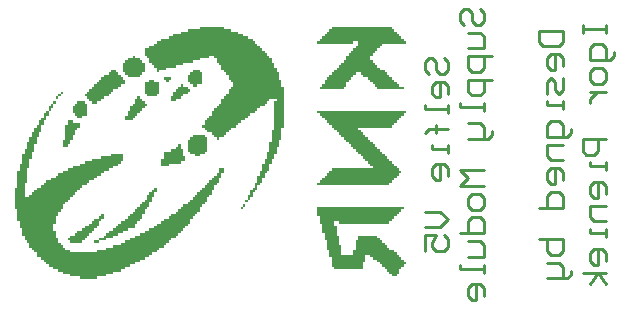
<source format=gbo>
G04 Layer_Color=32896*
%FSAX25Y25*%
%MOIN*%
G70*
G01*
G75*
%ADD28C,0.01000*%
G36*
X0347666Y0147876D02*
X0346866D01*
Y0147076D01*
X0346066D01*
Y0146276D01*
X0345266D01*
Y0145476D01*
X0344466D01*
Y0144676D01*
X0343666D01*
Y0143876D01*
X0342866D01*
Y0143076D01*
X0331666D01*
Y0142276D01*
X0332466D01*
Y0141476D01*
X0333266D01*
Y0140676D01*
X0334066D01*
Y0139876D01*
X0334866D01*
Y0139076D01*
X0335666D01*
Y0138276D01*
X0336466D01*
Y0137476D01*
X0337266D01*
Y0136676D01*
X0338066D01*
Y0135876D01*
X0338866D01*
Y0135076D01*
X0339666D01*
Y0134276D01*
X0340466D01*
Y0133476D01*
X0341266D01*
Y0132676D01*
X0342066D01*
Y0131876D01*
X0342866D01*
Y0131076D01*
X0343666D01*
Y0130276D01*
X0344466D01*
Y0129476D01*
X0345266D01*
Y0128676D01*
X0346066D01*
Y0127876D01*
X0345266D01*
Y0127076D01*
X0344466D01*
Y0126276D01*
X0343666D01*
Y0125476D01*
X0342866D01*
Y0124676D01*
X0342066D01*
Y0123876D01*
X0318066D01*
Y0124676D01*
X0318866D01*
Y0125476D01*
X0319666D01*
Y0126276D01*
X0320466D01*
Y0127076D01*
X0321266D01*
Y0127876D01*
X0322066D01*
Y0128676D01*
X0322866D01*
Y0129476D01*
X0336466D01*
Y0130276D01*
X0335666D01*
Y0131076D01*
X0334866D01*
Y0131876D01*
X0334066D01*
Y0132676D01*
X0333266D01*
Y0133476D01*
X0332466D01*
Y0134276D01*
X0331666D01*
Y0135076D01*
X0330866D01*
Y0135876D01*
X0330066D01*
Y0136676D01*
X0329266D01*
Y0137476D01*
X0328466D01*
Y0138276D01*
X0327666D01*
Y0139076D01*
X0326866D01*
Y0139876D01*
X0326066D01*
Y0140676D01*
X0325266D01*
Y0141476D01*
X0324466D01*
Y0142276D01*
X0323666D01*
Y0143076D01*
X0322866D01*
Y0143876D01*
X0322066D01*
Y0144676D01*
X0321266D01*
Y0145476D01*
X0320466D01*
Y0146276D01*
X0319666D01*
Y0147076D01*
X0318866D01*
Y0147876D01*
X0318066D01*
Y0148676D01*
X0347666D01*
Y0147876D01*
D02*
G37*
G36*
X0286866Y0175876D02*
X0289266D01*
Y0175076D01*
X0291666D01*
Y0174276D01*
X0293266D01*
Y0173476D01*
X0294866D01*
Y0172676D01*
X0296466D01*
Y0171876D01*
X0297266D01*
Y0171076D01*
X0298066D01*
Y0170276D01*
X0298866D01*
Y0169476D01*
X0299666D01*
Y0168676D01*
X0300466D01*
Y0167876D01*
X0301266D01*
Y0167076D01*
X0302066D01*
Y0166276D01*
X0302866D01*
Y0164676D01*
X0303666D01*
Y0163076D01*
X0304466D01*
Y0161476D01*
X0305266D01*
Y0159076D01*
X0306066D01*
Y0156676D01*
X0306866D01*
Y0143076D01*
X0306066D01*
Y0139076D01*
X0305266D01*
Y0136676D01*
X0304466D01*
Y0134276D01*
X0303666D01*
Y0132676D01*
X0302866D01*
Y0131076D01*
X0302066D01*
Y0128676D01*
X0301266D01*
Y0127876D01*
X0300466D01*
Y0126276D01*
X0299666D01*
Y0124676D01*
X0298866D01*
Y0123876D01*
X0298066D01*
Y0122276D01*
X0297266D01*
Y0121476D01*
X0296466D01*
Y0119876D01*
X0295666D01*
Y0119076D01*
X0294866D01*
Y0120676D01*
X0295666D01*
Y0122276D01*
X0296466D01*
Y0123076D01*
X0297266D01*
Y0124676D01*
X0298066D01*
Y0127076D01*
X0298866D01*
Y0128676D01*
X0299666D01*
Y0131076D01*
X0300466D01*
Y0132676D01*
X0301266D01*
Y0135076D01*
X0302066D01*
Y0138276D01*
X0302866D01*
Y0142276D01*
X0303666D01*
Y0151876D01*
X0304466D01*
Y0152676D01*
X0302066D01*
Y0151876D01*
X0301266D01*
Y0151076D01*
X0300466D01*
Y0150276D01*
X0298866D01*
Y0149476D01*
X0298066D01*
Y0148676D01*
X0297266D01*
Y0147876D01*
X0295666D01*
Y0147076D01*
X0294866D01*
Y0146276D01*
X0294066D01*
Y0145476D01*
X0292466D01*
Y0144676D01*
X0291666D01*
Y0143876D01*
X0290866D01*
Y0143076D01*
X0289266D01*
Y0142276D01*
X0288466D01*
Y0141476D01*
X0287666D01*
Y0140676D01*
X0286866D01*
Y0139876D01*
X0285266D01*
Y0139076D01*
X0284466D01*
Y0139876D01*
X0283666D01*
Y0140676D01*
X0282866D01*
Y0141476D01*
X0281266D01*
Y0142276D01*
X0280466D01*
Y0143076D01*
X0279666D01*
Y0143876D01*
X0280466D01*
Y0145476D01*
X0281266D01*
Y0146276D01*
X0282066D01*
Y0147076D01*
X0282866D01*
Y0148676D01*
X0283666D01*
Y0149476D01*
X0284466D01*
Y0150276D01*
X0285266D01*
Y0151076D01*
X0286066D01*
Y0152676D01*
X0286866D01*
Y0153476D01*
X0287666D01*
Y0154276D01*
X0288466D01*
Y0155876D01*
X0289266D01*
Y0156676D01*
X0290066D01*
Y0158276D01*
X0289266D01*
Y0159076D01*
X0288466D01*
Y0160676D01*
X0287666D01*
Y0161476D01*
X0286866D01*
Y0162276D01*
X0286066D01*
Y0163876D01*
X0285266D01*
Y0164676D01*
X0284466D01*
Y0166276D01*
X0283666D01*
Y0167076D01*
X0282066D01*
Y0166276D01*
X0278866D01*
Y0165476D01*
X0276466D01*
Y0164676D01*
X0273266D01*
Y0163876D01*
X0270866D01*
Y0163076D01*
X0267666D01*
Y0162276D01*
X0265266D01*
Y0161476D01*
X0264466D01*
Y0163076D01*
X0263666D01*
Y0163876D01*
X0262866D01*
Y0164676D01*
X0262066D01*
Y0166276D01*
X0261266D01*
Y0167076D01*
X0260466D01*
Y0169476D01*
X0262066D01*
Y0170276D01*
X0263666D01*
Y0171076D01*
X0264466D01*
Y0171876D01*
X0266066D01*
Y0172676D01*
X0268466D01*
Y0173476D01*
X0270066D01*
Y0174276D01*
X0272466D01*
Y0175076D01*
X0274866D01*
Y0175876D01*
X0278866D01*
Y0176676D01*
X0286866D01*
Y0175876D01*
D02*
G37*
G36*
X0294866Y0118276D02*
X0294066D01*
Y0119076D01*
X0294866D01*
Y0118276D01*
D02*
G37*
G36*
X0236466Y0144676D02*
X0238866D01*
Y0143076D01*
X0238066D01*
Y0142276D01*
X0237266D01*
Y0140676D01*
X0236466D01*
Y0139076D01*
X0235666D01*
Y0137476D01*
X0234866D01*
Y0136676D01*
X0233266D01*
Y0139076D01*
X0234066D01*
Y0143876D01*
X0234866D01*
Y0145476D01*
X0236466D01*
Y0144676D01*
D02*
G37*
G36*
X0280466Y0139876D02*
X0281266D01*
Y0135076D01*
X0280466D01*
Y0134276D01*
X0278866D01*
Y0133476D01*
X0277266D01*
Y0134276D01*
X0275666D01*
Y0135076D01*
X0274866D01*
Y0139076D01*
X0275666D01*
Y0139876D01*
X0276466D01*
Y0140676D01*
X0280466D01*
Y0139876D01*
D02*
G37*
G36*
X0272466Y0135876D02*
X0273266D01*
Y0133476D01*
X0274066D01*
Y0131876D01*
X0272466D01*
Y0131076D01*
X0268466D01*
Y0130276D01*
X0266066D01*
Y0132676D01*
X0266866D01*
Y0135076D01*
X0269266D01*
Y0135876D01*
X0270866D01*
Y0136676D01*
X0271666D01*
Y0137476D01*
X0272466D01*
Y0135876D01*
D02*
G37*
G36*
X0294066Y0116676D02*
X0293266D01*
Y0117476D01*
X0294066D01*
Y0116676D01*
D02*
G37*
G36*
X0245266Y0104676D02*
X0243666D01*
Y0105476D01*
X0245266D01*
Y0104676D01*
D02*
G37*
G36*
X0246866Y0112676D02*
X0246066D01*
Y0111876D01*
X0245266D01*
Y0110276D01*
X0244466D01*
Y0109476D01*
X0243666D01*
Y0108676D01*
X0242866D01*
Y0107876D01*
X0242066D01*
Y0107076D01*
X0241266D01*
Y0106276D01*
X0240466D01*
Y0105476D01*
X0239666D01*
Y0104676D01*
X0235666D01*
Y0105476D01*
X0234866D01*
Y0106276D01*
X0235666D01*
Y0107076D01*
X0237266D01*
Y0107876D01*
X0238066D01*
Y0108676D01*
X0239666D01*
Y0109476D01*
X0240466D01*
Y0110276D01*
X0242066D01*
Y0111076D01*
X0242866D01*
Y0111876D01*
X0243666D01*
Y0112676D01*
X0245266D01*
Y0113476D01*
X0246066D01*
Y0114276D01*
X0246866D01*
Y0112676D01*
D02*
G37*
G36*
X0228466Y0147076D02*
X0227666D01*
Y0145476D01*
X0226866D01*
Y0143876D01*
X0226066D01*
Y0141476D01*
X0225266D01*
Y0139876D01*
X0224466D01*
Y0137476D01*
X0223666D01*
Y0135076D01*
X0222866D01*
Y0132676D01*
X0222066D01*
Y0129476D01*
X0221266D01*
Y0124676D01*
X0220466D01*
Y0119876D01*
X0222066D01*
Y0120676D01*
X0222866D01*
Y0121476D01*
X0223666D01*
Y0122276D01*
X0224466D01*
Y0123076D01*
X0226066D01*
Y0123876D01*
X0226866D01*
Y0124676D01*
X0227666D01*
Y0125476D01*
X0229266D01*
Y0126276D01*
X0230866D01*
Y0127076D01*
X0231666D01*
Y0127876D01*
X0233266D01*
Y0128676D01*
X0234866D01*
Y0129476D01*
X0236466D01*
Y0130276D01*
X0238866D01*
Y0131076D01*
X0240466D01*
Y0131876D01*
X0242866D01*
Y0132676D01*
X0246066D01*
Y0133476D01*
X0249266D01*
Y0134276D01*
X0253266D01*
Y0131876D01*
X0252466D01*
Y0131076D01*
X0251666D01*
Y0130276D01*
X0250066D01*
Y0129476D01*
X0248466D01*
Y0128676D01*
X0246866D01*
Y0127876D01*
X0246066D01*
Y0127076D01*
X0244466D01*
Y0126276D01*
X0243666D01*
Y0125476D01*
X0242066D01*
Y0124676D01*
X0241266D01*
Y0123876D01*
X0239666D01*
Y0123076D01*
X0238866D01*
Y0122276D01*
X0238066D01*
Y0121476D01*
X0237266D01*
Y0120676D01*
X0236466D01*
Y0119876D01*
X0235666D01*
Y0119076D01*
X0234866D01*
Y0118276D01*
X0234066D01*
Y0117476D01*
X0233266D01*
Y0115876D01*
X0232466D01*
Y0115076D01*
X0231666D01*
Y0113476D01*
X0230866D01*
Y0111076D01*
X0230066D01*
Y0108676D01*
X0230866D01*
Y0106276D01*
X0231666D01*
Y0104676D01*
X0232466D01*
Y0103876D01*
X0233266D01*
Y0103076D01*
X0234066D01*
Y0102276D01*
X0235666D01*
Y0101476D01*
X0244466D01*
Y0102276D01*
X0247666D01*
Y0103076D01*
X0250066D01*
Y0103876D01*
X0252466D01*
Y0104676D01*
X0254066D01*
Y0105476D01*
X0255666D01*
Y0106276D01*
X0257266D01*
Y0107076D01*
X0258866D01*
Y0107876D01*
X0260466D01*
Y0108676D01*
X0262066D01*
Y0109476D01*
X0263666D01*
Y0110276D01*
X0264466D01*
Y0111076D01*
X0266066D01*
Y0111876D01*
X0266866D01*
Y0112676D01*
X0268466D01*
Y0113476D01*
X0269266D01*
Y0114276D01*
X0270866D01*
Y0115076D01*
X0271666D01*
Y0115876D01*
X0272466D01*
Y0116676D01*
X0273266D01*
Y0117476D01*
X0274866D01*
Y0118276D01*
X0275666D01*
Y0119076D01*
X0276466D01*
Y0119876D01*
X0277266D01*
Y0120676D01*
X0278066D01*
Y0121476D01*
X0278866D01*
Y0122276D01*
X0279666D01*
Y0123076D01*
X0280466D01*
Y0123876D01*
X0281266D01*
Y0124676D01*
X0282066D01*
Y0125476D01*
X0282866D01*
Y0126276D01*
X0283666D01*
Y0127076D01*
X0284466D01*
Y0127876D01*
X0285266D01*
Y0129476D01*
X0286866D01*
Y0127876D01*
X0286066D01*
Y0126276D01*
X0285266D01*
Y0124676D01*
X0284466D01*
Y0123876D01*
X0283666D01*
Y0122276D01*
X0282866D01*
Y0120676D01*
X0282066D01*
Y0119876D01*
X0281266D01*
Y0118276D01*
X0280466D01*
Y0117476D01*
X0279666D01*
Y0116676D01*
X0278866D01*
Y0115076D01*
X0278066D01*
Y0114276D01*
X0277266D01*
Y0113476D01*
X0276466D01*
Y0112676D01*
X0275666D01*
Y0111076D01*
X0274866D01*
Y0110276D01*
X0274066D01*
Y0109476D01*
X0273266D01*
Y0108676D01*
X0272466D01*
Y0107876D01*
X0271666D01*
Y0107076D01*
X0270866D01*
Y0106276D01*
X0269266D01*
Y0105476D01*
X0268466D01*
Y0104676D01*
X0267666D01*
Y0103876D01*
X0266866D01*
Y0103076D01*
X0265266D01*
Y0102276D01*
X0264466D01*
Y0101476D01*
X0262866D01*
Y0100676D01*
X0262066D01*
Y0099876D01*
X0260466D01*
Y0099076D01*
X0258866D01*
Y0098276D01*
X0257266D01*
Y0097476D01*
X0255666D01*
Y0096676D01*
X0254066D01*
Y0095876D01*
X0252466D01*
Y0095076D01*
X0250066D01*
Y0094276D01*
X0247666D01*
Y0093476D01*
X0244466D01*
Y0092676D01*
X0238866D01*
Y0093476D01*
X0235666D01*
Y0094276D01*
X0233266D01*
Y0095076D01*
X0231666D01*
Y0095876D01*
X0230066D01*
Y0096676D01*
X0228466D01*
Y0097476D01*
X0227666D01*
Y0098276D01*
X0226866D01*
Y0099076D01*
X0226066D01*
Y0099876D01*
X0224466D01*
Y0101476D01*
X0223666D01*
Y0102276D01*
X0222866D01*
Y0103076D01*
X0222066D01*
Y0104676D01*
X0221266D01*
Y0105476D01*
X0220466D01*
Y0107076D01*
X0219666D01*
Y0109476D01*
X0218866D01*
Y0111876D01*
X0218066D01*
Y0115876D01*
X0217266D01*
Y0123076D01*
X0218066D01*
Y0128676D01*
X0218866D01*
Y0131076D01*
X0219666D01*
Y0134276D01*
X0220466D01*
Y0135876D01*
X0221266D01*
Y0138276D01*
X0222066D01*
Y0139876D01*
X0222866D01*
Y0141476D01*
X0223666D01*
Y0143076D01*
X0224466D01*
Y0143876D01*
X0225266D01*
Y0145476D01*
X0226066D01*
Y0146276D01*
X0226866D01*
Y0147876D01*
X0227666D01*
Y0148676D01*
X0228466D01*
Y0147076D01*
D02*
G37*
G36*
X0293266Y0115876D02*
X0292466D01*
Y0116676D01*
X0293266D01*
Y0115876D01*
D02*
G37*
G36*
X0346866D02*
X0346066D01*
Y0115076D01*
X0345266D01*
Y0114276D01*
X0344466D01*
Y0113476D01*
X0343666D01*
Y0112676D01*
X0342866D01*
Y0111876D01*
X0342066D01*
Y0111076D01*
X0325266D01*
Y0111876D01*
X0323666D01*
Y0110276D01*
X0324466D01*
Y0107076D01*
X0325266D01*
Y0103876D01*
X0326066D01*
Y0100676D01*
X0330066D01*
Y0102276D01*
X0330866D01*
Y0105476D01*
X0331666D01*
Y0107076D01*
X0338066D01*
Y0106276D01*
X0338866D01*
Y0105476D01*
X0339666D01*
Y0104676D01*
X0340466D01*
Y0103876D01*
X0341266D01*
Y0103076D01*
X0342066D01*
Y0102276D01*
X0343666D01*
Y0101476D01*
X0344466D01*
Y0100676D01*
X0345266D01*
Y0099876D01*
X0346066D01*
Y0099076D01*
X0346866D01*
Y0098276D01*
X0347666D01*
Y0097476D01*
X0346866D01*
Y0096676D01*
X0346066D01*
Y0095876D01*
X0345266D01*
Y0094276D01*
X0344466D01*
Y0093476D01*
X0342866D01*
Y0094276D01*
X0342066D01*
Y0095076D01*
X0341266D01*
Y0095876D01*
X0340466D01*
Y0096676D01*
X0339666D01*
Y0097476D01*
X0338866D01*
Y0098276D01*
X0338066D01*
Y0099076D01*
X0336466D01*
Y0099876D01*
X0335666D01*
Y0100676D01*
X0334066D01*
Y0098276D01*
X0333266D01*
Y0095876D01*
X0323666D01*
Y0096676D01*
X0322866D01*
Y0099876D01*
X0322066D01*
Y0102276D01*
X0321266D01*
Y0105476D01*
X0320466D01*
Y0107876D01*
X0319666D01*
Y0111076D01*
X0318866D01*
Y0113476D01*
X0318066D01*
Y0116676D01*
X0346866D01*
Y0115876D01*
D02*
G37*
G36*
X0264466Y0121476D02*
X0263666D01*
Y0119876D01*
X0262866D01*
Y0118276D01*
X0262066D01*
Y0116676D01*
X0261266D01*
Y0115876D01*
X0260466D01*
Y0114276D01*
X0259666D01*
Y0112676D01*
X0258866D01*
Y0111876D01*
X0258066D01*
Y0111076D01*
X0257266D01*
Y0109476D01*
X0254866D01*
Y0108676D01*
X0253266D01*
Y0107876D01*
X0251666D01*
Y0107076D01*
X0250066D01*
Y0106276D01*
X0247666D01*
Y0105476D01*
X0245266D01*
Y0106276D01*
X0246866D01*
Y0107076D01*
X0247666D01*
Y0107876D01*
X0248466D01*
Y0108676D01*
X0250066D01*
Y0109476D01*
X0250866D01*
Y0110276D01*
X0251666D01*
Y0111076D01*
X0252466D01*
Y0111876D01*
X0254066D01*
Y0112676D01*
X0254866D01*
Y0113476D01*
X0255666D01*
Y0114276D01*
X0256466D01*
Y0115076D01*
X0257266D01*
Y0115876D01*
X0258066D01*
Y0116676D01*
X0258866D01*
Y0117476D01*
X0259666D01*
Y0118276D01*
X0260466D01*
Y0119076D01*
X0261266D01*
Y0120676D01*
X0262066D01*
Y0121476D01*
X0262866D01*
Y0122276D01*
X0263666D01*
Y0123076D01*
X0264466D01*
Y0121476D01*
D02*
G37*
G36*
X0258866Y0152676D02*
X0259666D01*
Y0151876D01*
X0260466D01*
Y0151076D01*
X0261266D01*
Y0150276D01*
X0260466D01*
Y0149476D01*
X0259666D01*
Y0148676D01*
X0258866D01*
Y0147876D01*
X0258066D01*
Y0147076D01*
X0257266D01*
Y0146276D01*
X0256466D01*
Y0145476D01*
X0254066D01*
Y0147076D01*
X0254866D01*
Y0148676D01*
X0255666D01*
Y0150276D01*
X0256466D01*
Y0151076D01*
X0257266D01*
Y0152676D01*
X0258066D01*
Y0153476D01*
X0258866D01*
Y0152676D01*
D02*
G37*
G36*
X0342866Y0175876D02*
X0343666D01*
Y0175076D01*
X0344466D01*
Y0174276D01*
X0345266D01*
Y0173476D01*
X0346066D01*
Y0172676D01*
X0346866D01*
Y0171876D01*
X0347666D01*
Y0171076D01*
X0339666D01*
Y0170276D01*
X0338866D01*
Y0169476D01*
X0338066D01*
Y0168676D01*
X0337266D01*
Y0167876D01*
X0336466D01*
Y0167076D01*
X0335666D01*
Y0165476D01*
X0336466D01*
Y0164676D01*
X0337266D01*
Y0163876D01*
X0338066D01*
Y0163076D01*
X0338866D01*
Y0162276D01*
X0340466D01*
Y0161476D01*
X0341266D01*
Y0160676D01*
X0342066D01*
Y0159876D01*
X0342866D01*
Y0159076D01*
X0343666D01*
Y0158276D01*
X0344466D01*
Y0157476D01*
X0345266D01*
Y0156676D01*
X0346866D01*
Y0155876D01*
X0338066D01*
Y0156676D01*
X0337266D01*
Y0157476D01*
X0336466D01*
Y0158276D01*
X0335666D01*
Y0159076D01*
X0334866D01*
Y0159876D01*
X0333266D01*
Y0160676D01*
X0332466D01*
Y0161476D01*
X0330866D01*
Y0160676D01*
X0330066D01*
Y0159876D01*
X0329266D01*
Y0159076D01*
X0328466D01*
Y0158276D01*
X0327666D01*
Y0156676D01*
X0326866D01*
Y0155876D01*
X0318866D01*
Y0156676D01*
X0319666D01*
Y0157476D01*
X0320466D01*
Y0159076D01*
X0321266D01*
Y0159876D01*
X0322066D01*
Y0160676D01*
X0322866D01*
Y0161476D01*
X0323666D01*
Y0162276D01*
X0324466D01*
Y0163076D01*
X0325266D01*
Y0163876D01*
X0326066D01*
Y0164676D01*
X0326866D01*
Y0165476D01*
X0327666D01*
Y0167076D01*
X0328466D01*
Y0167876D01*
X0329266D01*
Y0168676D01*
X0330066D01*
Y0169476D01*
X0330866D01*
Y0170276D01*
X0331666D01*
Y0171876D01*
X0330066D01*
Y0171076D01*
X0318066D01*
Y0171876D01*
X0318866D01*
Y0172676D01*
X0319666D01*
Y0173476D01*
X0320466D01*
Y0174276D01*
X0321266D01*
Y0175076D01*
X0322066D01*
Y0175876D01*
X0322866D01*
Y0176676D01*
X0342866D01*
Y0175876D01*
D02*
G37*
G36*
X0233266Y0154276D02*
X0232466D01*
Y0155076D01*
X0233266D01*
Y0154276D01*
D02*
G37*
G36*
X0263666Y0158276D02*
X0265266D01*
Y0154276D01*
X0264466D01*
Y0153476D01*
X0261266D01*
Y0154276D01*
X0260466D01*
Y0158276D01*
X0262066D01*
Y0159076D01*
X0263666D01*
Y0158276D01*
D02*
G37*
G36*
X0257266Y0166276D02*
X0258866D01*
Y0165476D01*
X0259666D01*
Y0164676D01*
X0260466D01*
Y0161476D01*
X0259666D01*
Y0160676D01*
X0258866D01*
Y0159876D01*
X0254866D01*
Y0160676D01*
X0254066D01*
Y0161476D01*
X0253266D01*
Y0164676D01*
X0254066D01*
Y0165476D01*
X0254866D01*
Y0166276D01*
X0256466D01*
Y0167076D01*
X0257266D01*
Y0166276D01*
D02*
G37*
G36*
X0269266Y0159076D02*
X0268466D01*
Y0158276D01*
X0267666D01*
Y0159076D01*
X0266866D01*
Y0159876D01*
X0269266D01*
Y0159076D01*
D02*
G37*
G36*
X0278866Y0161476D02*
X0279666D01*
Y0157476D01*
X0278066D01*
Y0156676D01*
X0276466D01*
Y0157476D01*
X0275666D01*
Y0158276D01*
X0274866D01*
Y0160676D01*
X0275666D01*
Y0161476D01*
X0276466D01*
Y0162276D01*
X0278866D01*
Y0161476D01*
D02*
G37*
G36*
X0232466Y0153476D02*
X0231666D01*
Y0154276D01*
X0232466D01*
Y0153476D01*
D02*
G37*
G36*
X0230866Y0151076D02*
X0230066D01*
Y0151876D01*
X0230866D01*
Y0151076D01*
D02*
G37*
G36*
X0230066Y0149476D02*
X0229266D01*
Y0148676D01*
X0228466D01*
Y0150276D01*
X0229266D01*
Y0151076D01*
X0230066D01*
Y0149476D01*
D02*
G37*
G36*
X0240466Y0151076D02*
X0241266D01*
Y0147076D01*
X0239666D01*
Y0146276D01*
X0238066D01*
Y0147076D01*
X0237266D01*
Y0147876D01*
X0236466D01*
Y0150276D01*
X0237266D01*
Y0151076D01*
X0238066D01*
Y0151876D01*
X0240466D01*
Y0151076D01*
D02*
G37*
G36*
X0231666Y0152676D02*
X0230866D01*
Y0153476D01*
X0231666D01*
Y0152676D01*
D02*
G37*
G36*
X0273266Y0156676D02*
X0274866D01*
Y0155876D01*
X0275666D01*
Y0155076D01*
X0274866D01*
Y0154276D01*
X0273266D01*
Y0153476D01*
X0272466D01*
Y0152676D01*
X0270866D01*
Y0151876D01*
X0269266D01*
Y0153476D01*
X0270066D01*
Y0155076D01*
X0270866D01*
Y0155876D01*
X0271666D01*
Y0156676D01*
X0272466D01*
Y0157476D01*
X0273266D01*
Y0156676D01*
D02*
G37*
G36*
X0250866Y0161476D02*
X0251666D01*
Y0160676D01*
X0252466D01*
Y0159876D01*
X0253266D01*
Y0159076D01*
X0254066D01*
Y0157476D01*
X0252466D01*
Y0156676D01*
X0251666D01*
Y0155876D01*
X0250066D01*
Y0155076D01*
X0249266D01*
Y0154276D01*
X0248466D01*
Y0153476D01*
X0246866D01*
Y0152676D01*
X0246066D01*
Y0151876D01*
X0244466D01*
Y0151076D01*
X0242866D01*
Y0151876D01*
X0242066D01*
Y0152676D01*
X0241266D01*
Y0153476D01*
X0240466D01*
Y0154276D01*
X0241266D01*
Y0155076D01*
X0242066D01*
Y0155876D01*
X0242866D01*
Y0156676D01*
X0243666D01*
Y0157476D01*
X0244466D01*
Y0158276D01*
X0245266D01*
Y0159076D01*
X0246066D01*
Y0159876D01*
X0246866D01*
Y0160676D01*
X0248466D01*
Y0161476D01*
X0249266D01*
Y0162276D01*
X0250866D01*
Y0161476D01*
D02*
G37*
D28*
X0355112Y0160968D02*
X0353800Y0162280D01*
Y0164904D01*
X0355112Y0166216D01*
X0356424D01*
X0357736Y0164904D01*
Y0162280D01*
X0359048Y0160968D01*
X0360360D01*
X0361672Y0162280D01*
Y0164904D01*
X0360360Y0166216D01*
X0361672Y0154409D02*
Y0157033D01*
X0360360Y0158345D01*
X0357736D01*
X0356424Y0157033D01*
Y0154409D01*
X0357736Y0153097D01*
X0359048D01*
Y0158345D01*
X0361672Y0150473D02*
Y0147849D01*
Y0149161D01*
X0353800D01*
Y0150473D01*
X0361672Y0142602D02*
X0355112D01*
X0357736D01*
Y0143914D01*
Y0141290D01*
Y0142602D01*
X0355112D01*
X0353800Y0141290D01*
X0361672Y0137354D02*
Y0134730D01*
Y0136042D01*
X0356424D01*
Y0137354D01*
X0361672Y0126859D02*
Y0129483D01*
X0360360Y0130795D01*
X0357736D01*
X0356424Y0129483D01*
Y0126859D01*
X0357736Y0125547D01*
X0359048D01*
Y0130795D01*
X0353800Y0115052D02*
X0359048D01*
X0361672Y0112428D01*
X0359048Y0109804D01*
X0353800D01*
Y0101933D02*
Y0107180D01*
X0357736D01*
X0356424Y0104556D01*
Y0103244D01*
X0357736Y0101933D01*
X0360360D01*
X0361672Y0103244D01*
Y0105868D01*
X0360360Y0107180D01*
X0366958Y0177367D02*
X0365646Y0178679D01*
Y0181303D01*
X0366958Y0182615D01*
X0368270D01*
X0369582Y0181303D01*
Y0178679D01*
X0370894Y0177367D01*
X0372206D01*
X0373518Y0178679D01*
Y0181303D01*
X0372206Y0182615D01*
X0368270Y0174744D02*
X0372206D01*
X0373518Y0173432D01*
Y0169496D01*
X0368270D01*
X0376141Y0166872D02*
X0368270D01*
Y0162936D01*
X0369582Y0161625D01*
X0372206D01*
X0373518Y0162936D01*
Y0166872D01*
X0376141Y0159001D02*
X0368270D01*
Y0155065D01*
X0369582Y0153753D01*
X0372206D01*
X0373518Y0155065D01*
Y0159001D01*
Y0151129D02*
Y0148505D01*
Y0149817D01*
X0365646D01*
Y0151129D01*
X0368270Y0144570D02*
X0372206D01*
X0373518Y0143258D01*
Y0139322D01*
X0374830D01*
X0376141Y0140634D01*
Y0141946D01*
X0373518Y0139322D02*
X0368270D01*
X0373518Y0128827D02*
X0365646D01*
X0368270Y0126203D01*
X0365646Y0123579D01*
X0373518D01*
Y0119643D02*
Y0117019D01*
X0372206Y0115708D01*
X0369582D01*
X0368270Y0117019D01*
Y0119643D01*
X0369582Y0120955D01*
X0372206D01*
X0373518Y0119643D01*
X0365646Y0107836D02*
X0373518D01*
Y0111772D01*
X0372206Y0113084D01*
X0369582D01*
X0368270Y0111772D01*
Y0107836D01*
Y0105212D02*
X0372206D01*
X0373518Y0103900D01*
Y0099965D01*
X0368270D01*
X0373518Y0097341D02*
Y0094717D01*
Y0096029D01*
X0365646D01*
Y0097341D01*
X0373518Y0086845D02*
Y0089469D01*
X0372206Y0090781D01*
X0369582D01*
X0368270Y0089469D01*
Y0086845D01*
X0369582Y0085533D01*
X0370894D01*
Y0090781D01*
X0391962Y0175400D02*
X0399833D01*
Y0171464D01*
X0398521Y0170152D01*
X0393273D01*
X0391962Y0171464D01*
Y0175400D01*
X0399833Y0163592D02*
Y0166216D01*
X0398521Y0167528D01*
X0395897D01*
X0394585Y0166216D01*
Y0163592D01*
X0395897Y0162280D01*
X0397209D01*
Y0167528D01*
X0399833Y0159657D02*
Y0155721D01*
X0398521Y0154409D01*
X0397209Y0155721D01*
Y0158345D01*
X0395897Y0159657D01*
X0394585Y0158345D01*
Y0154409D01*
X0399833Y0151785D02*
Y0149161D01*
Y0150473D01*
X0394585D01*
Y0151785D01*
X0402457Y0142602D02*
Y0141290D01*
X0401145Y0139978D01*
X0394585D01*
Y0143914D01*
X0395897Y0145226D01*
X0398521D01*
X0399833Y0143914D01*
Y0139978D01*
Y0137354D02*
X0394585D01*
Y0133418D01*
X0395897Y0132106D01*
X0399833D01*
Y0125547D02*
Y0128171D01*
X0398521Y0129483D01*
X0395897D01*
X0394585Y0128171D01*
Y0125547D01*
X0395897Y0124235D01*
X0397209D01*
Y0129483D01*
X0391962Y0116364D02*
X0399833D01*
Y0120299D01*
X0398521Y0121611D01*
X0395897D01*
X0394585Y0120299D01*
Y0116364D01*
X0391962Y0105868D02*
X0399833D01*
Y0101932D01*
X0398521Y0100620D01*
X0397209D01*
X0395897D01*
X0394585Y0101932D01*
Y0105868D01*
Y0097997D02*
X0398521D01*
X0399833Y0096685D01*
Y0092749D01*
X0401145D01*
X0402457Y0094061D01*
Y0095373D01*
X0399833Y0092749D02*
X0394585D01*
X0406431Y0177367D02*
Y0174744D01*
Y0176056D01*
X0414303D01*
Y0177367D01*
Y0174744D01*
X0416926Y0168184D02*
Y0166872D01*
X0415615Y0165560D01*
X0409055D01*
Y0169496D01*
X0410367Y0170808D01*
X0412991D01*
X0414303Y0169496D01*
Y0165560D01*
Y0161625D02*
Y0159001D01*
X0412991Y0157689D01*
X0410367D01*
X0409055Y0159001D01*
Y0161625D01*
X0410367Y0162936D01*
X0412991D01*
X0414303Y0161625D01*
X0409055Y0155065D02*
X0414303D01*
X0411679D01*
X0410367Y0153753D01*
X0409055Y0152441D01*
Y0151129D01*
X0414303Y0139322D02*
X0406431D01*
Y0135386D01*
X0407743Y0134074D01*
X0410367D01*
X0411679Y0135386D01*
Y0139322D01*
X0414303Y0131450D02*
Y0128827D01*
Y0130139D01*
X0409055D01*
Y0131450D01*
X0414303Y0120955D02*
Y0123579D01*
X0412991Y0124891D01*
X0410367D01*
X0409055Y0123579D01*
Y0120955D01*
X0410367Y0119643D01*
X0411679D01*
Y0124891D01*
X0414303Y0117019D02*
X0409055D01*
Y0113084D01*
X0410367Y0111772D01*
X0414303D01*
Y0109148D02*
Y0106524D01*
Y0107836D01*
X0409055D01*
Y0109148D01*
X0414303Y0098653D02*
Y0101277D01*
X0412991Y0102588D01*
X0410367D01*
X0409055Y0101277D01*
Y0098653D01*
X0410367Y0097341D01*
X0411679D01*
Y0102588D01*
X0414303Y0094717D02*
X0406431D01*
X0411679D02*
X0409055Y0090781D01*
X0411679Y0094717D02*
X0414303Y0090781D01*
M02*

</source>
